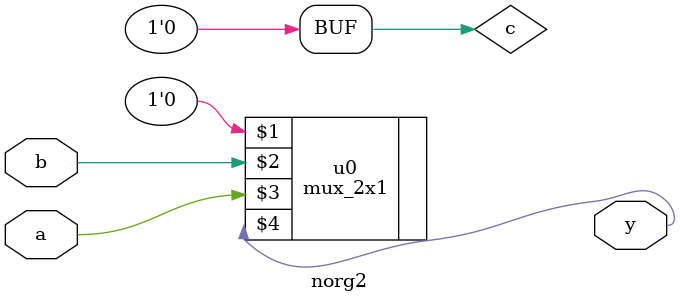
<source format=v>
`include "mux_2x1.v" 
module norg2(a,b,y);
input a,b;
wire c;
output y;
// mux_2x1(i0, i1, sel, y);

assign c=a&(~a);

mux_2x1 u0(c,b,a,y);

endmodule

</source>
